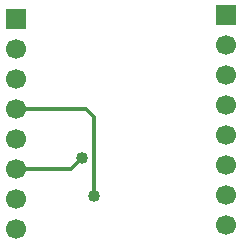
<source format=gbr>
G04 DipTrace 3.1.0.1*
G04 Bottom.gbr*
%MOIN*%
G04 #@! TF.FileFunction,Copper,L2,Bot*
G04 #@! TF.Part,Single*
G04 #@! TA.AperFunction,Conductor*
%ADD14C,0.012992*%
G04 #@! TA.AperFunction,ComponentPad*
%ADD17R,0.066929X0.066929*%
%ADD18C,0.066929*%
G04 #@! TA.AperFunction,ViaPad*
%ADD21C,0.04*%
%FSLAX26Y26*%
G04*
G70*
G90*
G75*
G01*
G04 Bottom*
%LPD*%
X714740Y769197D2*
D14*
X677043Y731500D1*
X494000D1*
Y931500D2*
X728244D1*
X754228Y905516D1*
Y640772D1*
D21*
X714740Y769197D3*
X754228Y640772D3*
D17*
X494000Y1231500D3*
D18*
Y1131500D3*
Y1031500D3*
Y931500D3*
Y831500D3*
Y731500D3*
Y631500D3*
Y531500D3*
D17*
X1193990Y1244000D3*
D18*
Y1144000D3*
Y1044000D3*
Y944000D3*
Y844000D3*
Y744000D3*
Y644000D3*
Y544000D3*
M02*

</source>
